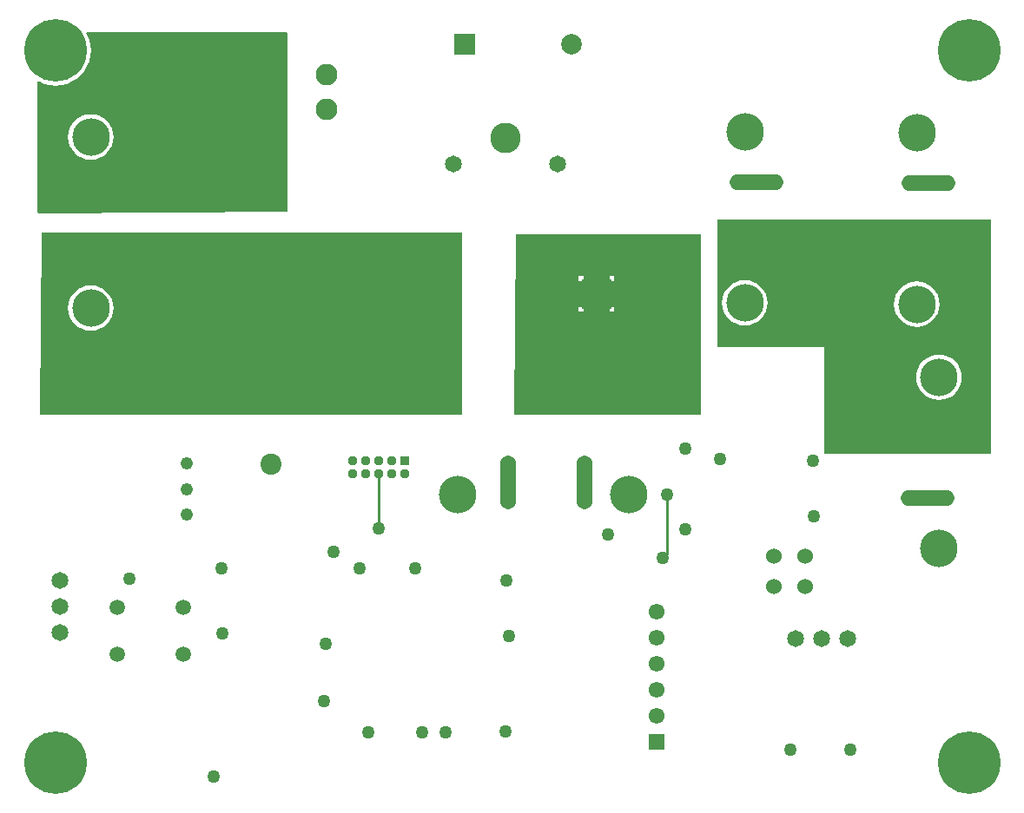
<source format=gbl>
%FSTAX23Y23*%
%MOIN*%
%SFA1B1*%

%IPPOS*%
%ADD69C,0.011000*%
%ADD72R,0.061000X0.061000*%
%ADD73C,0.061000*%
%ADD74O,0.207000X0.060000*%
%ADD75C,0.144000*%
%ADD76O,0.060000X0.207000*%
%ADD77C,0.060000*%
%ADD78C,0.079000*%
%ADD79R,0.079000X0.079000*%
%ADD80C,0.081000*%
%ADD81C,0.083000*%
%ADD82R,0.083000X0.083000*%
%ADD83C,0.037000*%
%ADD84R,0.037000X0.037000*%
%ADD85C,0.059000*%
%ADD86C,0.065000*%
%ADD87C,0.049000*%
%ADD88C,0.240000*%
%ADD89C,0.075000*%
%ADD90C,0.065000*%
%ADD91C,0.121000*%
%ADD92C,0.117000*%
%ADD93R,0.117000X0.117000*%
%ADD94C,0.050000*%
%LNbatt_man_rev2-1*%
%LPD*%
G36*
X0104Y0341D02*
Y02725D01*
X01035*
X00085Y0272*
X0008Y02725*
Y03224*
X00084Y03227*
X00089Y03224*
X00108Y03216*
X00129Y03211*
X0015Y0321*
X00171Y03211*
X00192Y03216*
X00211Y03224*
X0023Y03235*
X00246Y03249*
X0026Y03265*
X00271Y03284*
X00279Y03303*
X00284Y03324*
X00285Y03345*
X00284Y03366*
X00279Y03387*
X00271Y03406*
X00268Y03411*
X00271Y03415*
X01035*
X0104Y0341*
G37*
G36*
X0171Y02645D02*
Y01945D01*
X00094*
X0009Y01949*
X00095Y02645*
X0171*
G37*
G36*
X02625Y01945D02*
X01915D01*
X01914*
X0191Y01947*
X01915Y0264*
X02625*
Y01945*
G37*
G36*
X0374Y01795D02*
X031D01*
Y02205*
X0269*
Y02695*
X0374*
Y01795*
G37*
%LNbatt_man_rev2-2*%
%LPC*%
G36*
X00851Y03303D02*
X0085D01*
Y03302*
X00851*
Y03303*
G37*
G36*
X0075D02*
X00749D01*
Y03302*
X0075*
Y03303*
G37*
G36*
X00851Y03202D02*
X0085D01*
Y03201*
X00851*
Y03202*
G37*
G36*
X0075D02*
X00749D01*
Y03201*
X0075*
Y03202*
G37*
G36*
X00285Y031D02*
X00268Y03099D01*
X00252Y03094*
X00236Y03085*
X00223Y03075*
X00212Y03061*
X00204Y03046*
X00199Y0303*
X00198Y03013*
X00199Y02996*
X00204Y0298*
X00212Y02964*
X00223Y02951*
X00236Y0294*
X00252Y02932*
X00268Y02927*
X00285Y02926*
X00302Y02927*
X00318Y02932*
X00333Y0294*
X00347Y02951*
X00357Y02964*
X00366Y0298*
X00371Y02996*
X00372Y03013*
X00371Y0303*
X00366Y03046*
X00357Y03061*
X00347Y03075*
X00333Y03085*
X00318Y03094*
X00302Y03099*
X00285Y031*
G37*
G36*
X01575Y0236D02*
D01*
G37*
G36*
X01475D02*
D01*
G37*
G36*
X00285Y02443D02*
X00268Y02441D01*
X00252Y02436*
X00236Y02428*
X00223Y02417*
X00212Y02404*
X00204Y02389*
X00199Y02372*
X00198Y02355*
X00199Y02338*
X00204Y02322*
X00212Y02307*
X00223Y02294*
X00236Y02283*
X00252Y02275*
X00268Y0227*
X00285Y02268*
X00302Y0227*
X00318Y02275*
X00333Y02283*
X00347Y02294*
X00357Y02307*
X00366Y02322*
X00371Y02338*
X00372Y02355*
X00371Y02372*
X00366Y02389*
X00357Y02404*
X00347Y02417*
X00333Y02428*
X00318Y02436*
X00302Y02441*
X00285Y02443*
G37*
G36*
X01575Y0226D02*
D01*
G37*
G36*
X01475D02*
D01*
G37*
G36*
X02293Y02478D02*
X02275D01*
Y0246*
X02293*
Y02478*
G37*
G36*
X02175D02*
X02157D01*
Y0246*
X02175*
Y02478*
G37*
G36*
X02293Y0236D02*
X02275D01*
Y02342*
X02293*
Y0236*
G37*
G36*
X02175D02*
X02157D01*
Y02342*
X02175*
Y0236*
G37*
G36*
X02795Y02463D02*
X02778Y02461D01*
X02762Y02456*
X02746Y02448*
X02733Y02437*
X02722Y02424*
X02714Y02409*
X02709Y02392*
X02708Y02375*
X02709Y02358*
X02714Y02342*
X02722Y02327*
X02733Y02314*
X02746Y02303*
X02762Y02295*
X02778Y0229*
X02795Y02288*
X02812Y0229*
X02828Y02295*
X02843Y02303*
X02857Y02314*
X02867Y02327*
X02876Y02342*
X02881Y02358*
X02882Y02375*
X02881Y02392*
X02876Y02409*
X02867Y02424*
X02857Y02437*
X02843Y02448*
X02828Y02456*
X02812Y02461*
X02795Y02463*
G37*
G36*
X03455Y02458D02*
X03438Y02456D01*
X03422Y02451*
X03406Y02443*
X03393Y02432*
X03382Y02419*
X03374Y02404*
X03369Y02387*
X03368Y0237*
X03369Y02353*
X03374Y02337*
X03382Y02322*
X03393Y02309*
X03406Y02298*
X03422Y0229*
X03438Y02285*
X03455Y02283*
X03472Y02285*
X03488Y0229*
X03503Y02298*
X03517Y02309*
X03527Y02322*
X03536Y02337*
X03541Y02353*
X03542Y0237*
X03541Y02387*
X03536Y02404*
X03527Y02419*
X03517Y02432*
X03503Y02443*
X03488Y02451*
X03472Y02456*
X03455Y02458*
G37*
G36*
X0354Y02177D02*
X03523Y02175D01*
X03507Y0217*
X03492Y02162*
X03478Y02151*
X03468Y02138*
X03459Y02123*
X03454Y02107*
X03453Y0209*
X03454Y02073*
X03459Y02056*
X03468Y02041*
X03478Y02028*
X03492Y02017*
X03507Y02009*
X03523Y02004*
X0354Y02002*
X03557Y02004*
X03573Y02009*
X03589Y02017*
X03602Y02028*
X03613Y02041*
X03621Y02056*
X03626Y02073*
X03627Y0209*
X03626Y02107*
X03621Y02123*
X03613Y02138*
X03602Y02151*
X03589Y02162*
X03573Y0217*
X03557Y02175*
X0354Y02177*
G37*
%LNbatt_man_rev2-3*%
%LPD*%
G54D69*
X01389Y0151D02*
X0139Y01511D01*
Y0172*
X0248Y01395D02*
X02495Y0141D01*
Y0164*
G54D72*
X02455Y0069D03*
G54D73*
X02455Y0079D03*
Y0089D03*
Y0099D03*
Y0109D03*
Y0119D03*
G54D74*
X03495Y01625D03*
Y0192D03*
X0033Y0282D03*
Y02525D03*
X035Y02835D03*
Y0254D03*
X0284Y0284D03*
Y02545D03*
G54D75*
X0354Y01432D03*
Y0209D03*
X01692Y0164D03*
X0235D03*
X00285Y03013D03*
Y02355D03*
X03455Y03028D03*
Y0237D03*
X02795Y03033D03*
Y02375D03*
G54D76*
X01885Y01685D03*
X0218D03*
G54D77*
X03025Y01403D03*
Y01285D03*
X02907Y01403D03*
Y01285D03*
G54D78*
X02131Y0337D03*
G54D79*
X01719Y0337D03*
G54D80*
X00975Y02193D03*
Y01755D03*
G54D81*
X008Y03118D03*
X0119D03*
Y03252D03*
G54D82*
X008Y03252D03*
G54D83*
X0129Y0172D03*
X0134D03*
X0139D03*
X0144D03*
X0149D03*
X0129Y0177D03*
X0134D03*
X0139D03*
X0144D03*
G54D84*
X0149Y0177D03*
G54D85*
X00385Y01204D03*
X00641D03*
X00385Y01026D03*
X00641D03*
G54D86*
X00165Y0131D03*
Y0121D03*
Y0111D03*
X0299Y01085D03*
X0309D03*
X0319D03*
G54D87*
X00654Y01758D03*
Y0166D03*
Y01562D03*
G54D88*
X0015Y03345D03*
Y0061D03*
X03655Y03345D03*
Y0061D03*
G54D89*
X02565Y0203D03*
X03165D03*
G54D90*
X02075Y0291D03*
X01675D03*
G54D91*
X01525Y0231D03*
G54D92*
X01875Y0301D03*
G54D93*
X02225Y0241D03*
G54D94*
X00755Y00555D03*
X032Y0066D03*
X0297D03*
X0079Y01104D03*
X00785Y01357D03*
X01215Y0142D03*
X0118Y00845D03*
X01185Y01065D03*
X0227Y01485D03*
X01389Y0151D03*
X03055Y0177D03*
X00433Y01315D03*
X0306Y01555D03*
X0189Y01095D03*
X0188Y0131D03*
X01315Y01355D03*
X0153D03*
X0135Y00724D03*
X01555Y00727D03*
X01875Y00728D03*
X01645Y00724D03*
X02495Y0164D03*
X0248Y01395D03*
X02701Y01775D03*
X02568Y01505D03*
Y01815D03*
M02*
</source>
